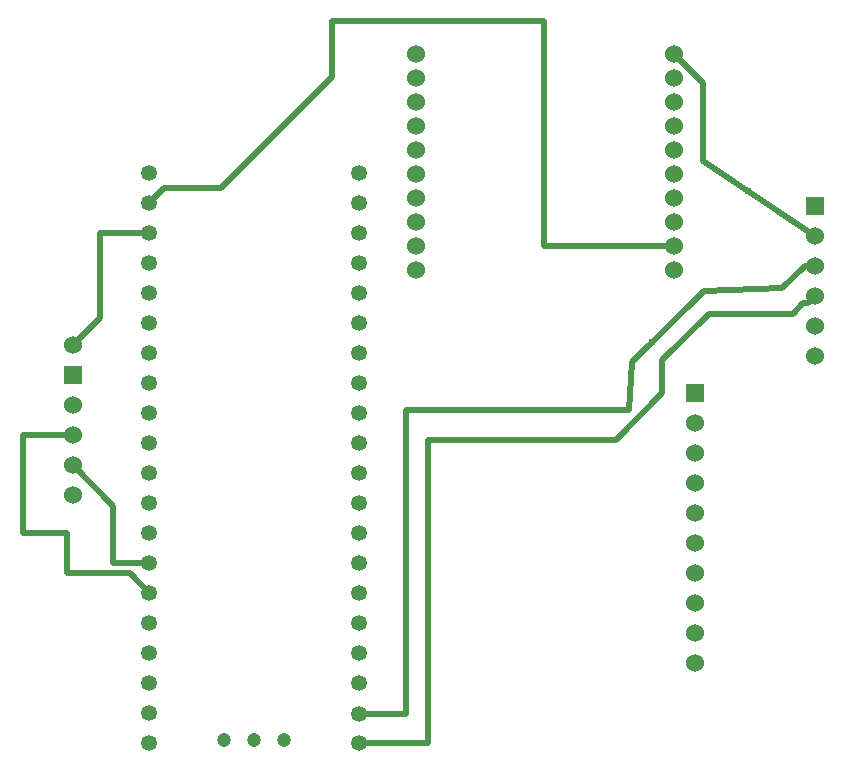
<source format=gtl>
G04 Layer: TopLayer*
G04 EasyEDA v6.5.48, 2025-01-21 20:06:33*
G04 1a15377ceeac4a35b7f9d19b891e4bc2,48bb6e63cd8b433992a3f5e94ad137e8,10*
G04 Gerber Generator version 0.2*
G04 Scale: 100 percent, Rotated: No, Reflected: No *
G04 Dimensions in millimeters *
G04 leading zeros omitted , absolute positions ,4 integer and 5 decimal *
%FSLAX45Y45*%
%MOMM*%

%ADD10C,0.5000*%
%ADD11C,1.5240*%
%ADD12R,1.5240X1.5240*%
%ADD13C,1.3500*%
%ADD14C,1.2000*%
%ADD15C,0.6096*%

%LPD*%
D10*
X3708400Y3289274D02*
G01*
X4102100Y3289274D01*
X4102100Y5867400D01*
X5994400Y5867400D01*
X6019800Y6273800D01*
X6629400Y6870700D01*
X7289800Y6896100D01*
X7480300Y7086600D01*
X7569200Y7086600D01*
X1930400Y7365974D02*
G01*
X1511300Y7365974D01*
X1511300Y6642100D01*
X1282700Y6413500D01*
X1930400Y4571974D02*
G01*
X1625600Y4571974D01*
X1625600Y5054600D01*
X1282700Y5397500D01*
X1282700Y5651500D02*
G01*
X863600Y5651500D01*
X863600Y4826000D01*
X1231900Y4826000D01*
X1231900Y4483100D01*
X1765300Y4483100D01*
X1930425Y4317974D01*
X7569200Y7340600D02*
G01*
X6616700Y7975600D01*
X6616700Y8356600D01*
X6616700Y8636000D01*
X6375400Y8877300D01*
X6375400Y7251700D02*
G01*
X5270500Y7251700D01*
X5270500Y9156700D01*
X3479800Y9156700D01*
X3479800Y8686800D01*
X2540000Y7747000D01*
X2057450Y7747000D01*
X1930425Y7619974D01*
X3708400Y3048000D02*
G01*
X4292600Y3048000D01*
X4292600Y5613400D01*
X5880100Y5613400D01*
X6273800Y6007100D01*
X6273800Y6286500D01*
X6667500Y6680200D01*
X7378700Y6680200D01*
X7467600Y6769100D01*
X7505700Y6769100D01*
X7569200Y6832600D01*
D11*
G01*
X1282700Y5143500D03*
G01*
X1282700Y5397500D03*
G01*
X1282700Y5651500D03*
G01*
X1282700Y5905500D03*
D12*
G01*
X1282700Y6159500D03*
D11*
G01*
X1282700Y6413500D03*
D12*
G01*
X7569200Y7594600D03*
D11*
G01*
X7569200Y7340600D03*
G01*
X7569200Y7086600D03*
G01*
X7569200Y6832600D03*
G01*
X7569200Y6578600D03*
G01*
X7569200Y6324600D03*
D12*
G01*
X6553200Y6007100D03*
D11*
G01*
X6553200Y5753100D03*
G01*
X6553200Y5499074D03*
G01*
X6553174Y5245100D03*
G01*
X6553200Y4991100D03*
G01*
X6553174Y4737100D03*
G01*
X6553174Y4483100D03*
G01*
X6553200Y4229125D03*
G01*
X6553174Y3975100D03*
G01*
X6553174Y3721125D03*
G01*
X6375400Y7658100D03*
G01*
X6375400Y7861300D03*
G01*
X6375400Y7454900D03*
G01*
X6375400Y7251700D03*
G01*
X6375400Y8064500D03*
G01*
X6375400Y8267700D03*
G01*
X6375400Y8470900D03*
G01*
X6375400Y8674100D03*
G01*
X6375400Y8877300D03*
G01*
X6375400Y7048500D03*
G01*
X4191000Y7251700D03*
G01*
X4191000Y7454874D03*
G01*
X4191000Y7658100D03*
G01*
X4191000Y7861300D03*
G01*
X4191000Y8064500D03*
G01*
X4191000Y8267700D03*
G01*
X4191000Y8470900D03*
G01*
X4191000Y8674100D03*
G01*
X4191000Y8877274D03*
G01*
X4191000Y7048500D03*
D13*
G01*
X1930400Y7873974D03*
G01*
X3708400Y7873974D03*
G01*
X1930425Y7619974D03*
G01*
X1930400Y7365974D03*
G01*
X1930425Y7112000D03*
G01*
X1930400Y6858000D03*
G01*
X1930425Y6604000D03*
G01*
X1930400Y6350000D03*
G01*
X1930400Y6096000D03*
G01*
X1930400Y5842000D03*
G01*
X1930400Y5587974D03*
G01*
X1930425Y5334000D03*
G01*
X1930400Y5080000D03*
G01*
X1930425Y4825974D03*
G01*
X1930400Y4571974D03*
G01*
X1930425Y4317974D03*
G01*
X1930400Y4063974D03*
G01*
X1930425Y3809974D03*
G01*
X1930425Y3555974D03*
G01*
X1930400Y3301974D03*
G01*
X1930425Y3047974D03*
G01*
X3708400Y7619974D03*
G01*
X3708400Y7366000D03*
G01*
X3708400Y7112000D03*
G01*
X3708425Y6858000D03*
G01*
X3708400Y6604000D03*
G01*
X3708425Y6350000D03*
G01*
X3708400Y6096000D03*
G01*
X3708425Y5842000D03*
G01*
X3708400Y5588000D03*
G01*
X3708400Y5333974D03*
G01*
X3708425Y5079974D03*
G01*
X3708400Y4825974D03*
G01*
X3708425Y4571974D03*
G01*
X3708400Y4317974D03*
G01*
X3708425Y4063974D03*
G01*
X3708400Y3809974D03*
G01*
X3708425Y3555974D03*
G01*
X3708400Y3289274D03*
G01*
X3708400Y3047974D03*
D14*
G01*
X2819425Y3073374D03*
G01*
X3073425Y3073400D03*
G01*
X2565425Y3073400D03*
D15*
G01*
X6997700Y7721600D03*
G01*
X7302500Y6680200D03*
G01*
X6184900Y6438061D03*
M02*

</source>
